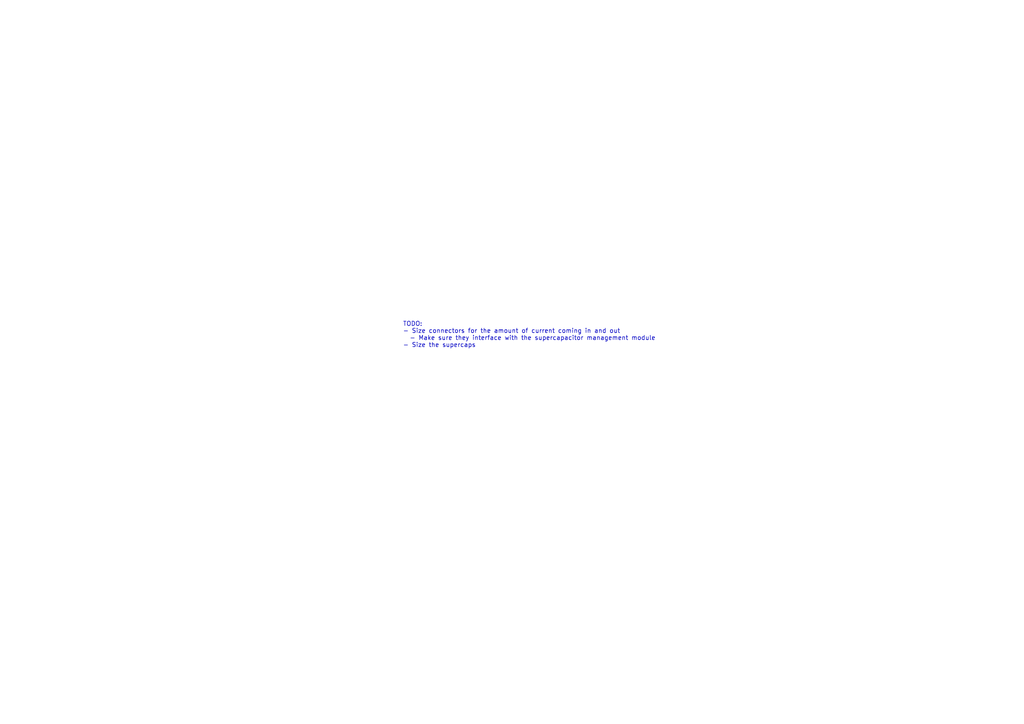
<source format=kicad_sch>
(kicad_sch
	(version 20231120)
	(generator "eeschema")
	(generator_version "8.0")
	(uuid "d848d160-f540-4c8c-8e84-4388f75f064e")
	(paper "A4")
	(title_block
		(date "2024-10-18")
		(rev "1")
		(company "UT Stampede")
		(comment 1 "Robomaster")
	)
	(lib_symbols)
	(text "TODO:\n- Size connectors for the amount of current coming in and out\n  - Make sure they interface with the supercapacitor management module\n- Size the supercaps"
		(exclude_from_sim no)
		(at 116.84 93.345 0)
		(effects
			(font
				(size 1.27 1.27)
			)
			(justify left top)
		)
		(uuid "033388ed-9aa8-4db9-aec4-abe06115173c")
	)
)

</source>
